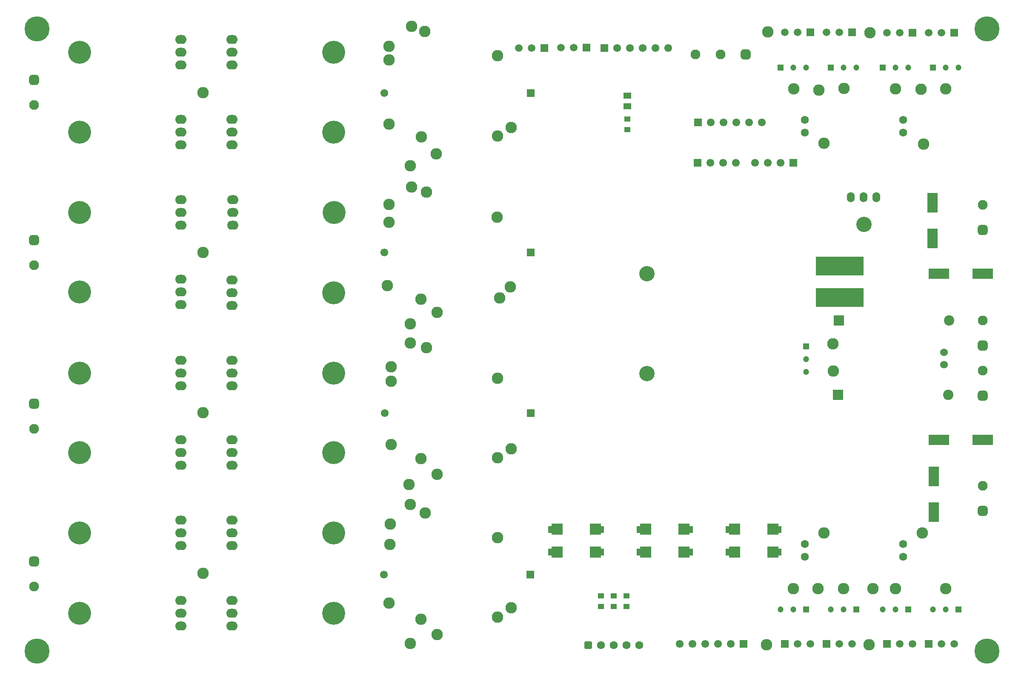
<source format=gbr>
%TF.GenerationSoftware,Altium Limited,Altium Designer,21.6.4 (81)*%
G04 Layer_Color=255*
%FSLAX43Y43*%
%MOMM*%
%TF.SameCoordinates,95A2699C-722C-4572-8EE5-7BEA9F810E30*%
%TF.FilePolarity,Positive*%
%TF.FileFunction,Pads,Top*%
%TF.Part,Single*%
G01*
G75*
%TA.AperFunction,SMDPad,CuDef*%
%ADD10R,1.508X1.157*%
%ADD11R,1.200X1.100*%
%ADD12R,9.500X3.750*%
%ADD13R,2.108X1.397*%
%ADD14R,4.100X2.000*%
%ADD15R,2.000X4.000*%
%TA.AperFunction,ComponentPad*%
%ADD23R,1.550X1.550*%
%ADD24C,1.550*%
%ADD25C,2.286*%
%ADD26O,2.286X1.778*%
%ADD27C,4.572*%
%ADD28C,3.048*%
%ADD29O,1.524X2.032*%
%ADD30C,1.600*%
G04:AMPARAMS|DCode=31|XSize=1.6mm|YSize=1.6mm|CornerRadius=0.4mm|HoleSize=0mm|Usage=FLASHONLY|Rotation=0.000|XOffset=0mm|YOffset=0mm|HoleType=Round|Shape=RoundedRectangle|*
%AMROUNDEDRECTD31*
21,1,1.600,0.800,0,0,0.0*
21,1,0.800,1.600,0,0,0.0*
1,1,0.800,0.400,-0.400*
1,1,0.800,-0.400,-0.400*
1,1,0.800,-0.400,0.400*
1,1,0.800,0.400,0.400*
%
%ADD31ROUNDEDRECTD31*%
%ADD32R,2.286X2.286*%
%ADD33R,1.200X1.200*%
%ADD34C,1.200*%
G04:AMPARAMS|DCode=35|XSize=1.95mm|YSize=1.95mm|CornerRadius=0.488mm|HoleSize=0mm|Usage=FLASHONLY|Rotation=90.000|XOffset=0mm|YOffset=0mm|HoleType=Round|Shape=RoundedRectangle|*
%AMROUNDEDRECTD35*
21,1,1.950,0.975,0,0,90.0*
21,1,0.975,1.950,0,0,90.0*
1,1,0.975,0.488,0.488*
1,1,0.975,0.488,-0.488*
1,1,0.975,-0.488,-0.488*
1,1,0.975,-0.488,0.488*
%
%ADD35ROUNDEDRECTD35*%
%ADD36C,1.950*%
%ADD37R,2.057X2.057*%
%ADD38C,2.057*%
%ADD39C,1.500*%
%ADD40R,1.500X1.500*%
%ADD41C,1.524*%
G04:AMPARAMS|DCode=42|XSize=1.95mm|YSize=1.95mm|CornerRadius=0.488mm|HoleSize=0mm|Usage=FLASHONLY|Rotation=180.000|XOffset=0mm|YOffset=0mm|HoleType=Round|Shape=RoundedRectangle|*
%AMROUNDEDRECTD42*
21,1,1.950,0.975,0,0,180.0*
21,1,0.975,1.950,0,0,180.0*
1,1,0.975,-0.488,0.488*
1,1,0.975,0.488,0.488*
1,1,0.975,0.488,-0.488*
1,1,0.975,-0.488,-0.488*
%
%ADD42ROUNDEDRECTD42*%
%ADD43R,1.200X1.200*%
%TA.AperFunction,ViaPad*%
%ADD44C,5.000*%
D10*
X-77089Y114073D02*
D03*
Y116225D02*
D03*
D11*
Y111500D02*
D03*
Y109400D02*
D03*
X-77216Y16504D02*
D03*
Y14404D02*
D03*
X-79756D02*
D03*
Y16504D02*
D03*
X-82296Y14404D02*
D03*
Y16504D02*
D03*
D12*
X-34798Y75956D02*
D03*
Y82206D02*
D03*
D13*
X-82702Y25284D02*
D03*
Y29754D02*
D03*
X-91796D02*
D03*
Y25284D02*
D03*
X-47396D02*
D03*
Y29754D02*
D03*
X-56490D02*
D03*
Y25284D02*
D03*
X-65049D02*
D03*
Y29754D02*
D03*
X-74143D02*
D03*
Y25284D02*
D03*
D14*
X-6350Y80732D02*
D03*
X-15050D02*
D03*
X-6350Y47585D02*
D03*
X-15050D02*
D03*
D15*
X-16129Y40334D02*
D03*
Y33234D02*
D03*
X-16383Y87723D02*
D03*
Y94823D02*
D03*
D23*
X-96266Y116723D02*
D03*
Y84923D02*
D03*
X-96393Y20788D02*
D03*
X-53975Y6945D02*
D03*
X-62992Y110877D02*
D03*
X-63119Y102830D02*
D03*
X-44069D02*
D03*
X-81661Y125690D02*
D03*
X-96239Y52919D02*
D03*
D24*
X-125376Y116723D02*
D03*
Y84923D02*
D03*
X-125503Y20788D02*
D03*
X-66675Y6945D02*
D03*
X-64135D02*
D03*
X-61595D02*
D03*
X-59055D02*
D03*
X-56515D02*
D03*
X-60452Y110877D02*
D03*
X-57912D02*
D03*
X-55372D02*
D03*
X-52832D02*
D03*
X-50292Y110877D02*
D03*
X-55499Y102830D02*
D03*
X-58039D02*
D03*
X-60579D02*
D03*
X-51689D02*
D03*
X-49149D02*
D03*
X-46609D02*
D03*
X-79121Y125690D02*
D03*
X-76581D02*
D03*
X-74041D02*
D03*
X-71501D02*
D03*
X-68961D02*
D03*
X-125349Y52919D02*
D03*
D25*
X-124460Y15073D02*
D03*
X-118000Y108000D02*
D03*
X-118110Y43902D02*
D03*
X-102923Y91956D02*
D03*
X-114935Y8850D02*
D03*
X-100203Y109815D02*
D03*
X-102870Y108164D02*
D03*
X-43942Y117562D02*
D03*
X-38989Y117308D02*
D03*
X-33953Y117606D02*
D03*
X-23749Y117562D02*
D03*
X-18669Y117435D02*
D03*
X-13716Y117562D02*
D03*
X-49403Y6818D02*
D03*
X-28956D02*
D03*
X-37973Y29043D02*
D03*
X-34036Y17994D02*
D03*
X-39116D02*
D03*
X-44069D02*
D03*
X-28194D02*
D03*
X-23749D02*
D03*
X-13716D02*
D03*
X-18415Y29043D02*
D03*
X-36068Y61301D02*
D03*
X-36195Y66762D02*
D03*
X-18161Y106513D02*
D03*
X-37910Y106675D02*
D03*
X-49149Y128865D02*
D03*
X-28829Y128738D02*
D03*
X-124460Y123277D02*
D03*
X-120000Y130000D02*
D03*
X-117348Y128992D02*
D03*
X-102870Y124166D02*
D03*
X-124500Y110500D02*
D03*
X-115062Y104608D02*
D03*
X-120269Y102195D02*
D03*
X-120000Y98000D02*
D03*
X-117000Y97000D02*
D03*
X-124460Y94500D02*
D03*
X-124500Y91000D02*
D03*
X-102489Y75906D02*
D03*
X-100330Y78065D02*
D03*
X-124841Y78319D02*
D03*
X-118110Y75652D02*
D03*
X-114935Y72985D02*
D03*
X-120269Y70699D02*
D03*
Y66889D02*
D03*
X-116997Y65965D02*
D03*
X-124079Y62190D02*
D03*
Y59269D02*
D03*
Y46696D02*
D03*
X-114935Y40727D02*
D03*
X-120523Y38695D02*
D03*
X-120269Y34758D02*
D03*
X-117300Y33025D02*
D03*
X-124206Y30821D02*
D03*
X-124333Y26757D02*
D03*
X-100203Y45807D02*
D03*
X-102870Y44029D02*
D03*
Y28154D02*
D03*
Y12279D02*
D03*
X-100203Y14184D02*
D03*
X-120269Y7072D02*
D03*
X-118110Y11898D02*
D03*
X-124460Y126000D02*
D03*
X-161500Y21000D02*
D03*
Y84923D02*
D03*
X-102870Y59904D02*
D03*
X-161500Y53000D02*
D03*
Y116800D02*
D03*
D26*
X-155702Y42505D02*
D03*
Y45045D02*
D03*
Y47585D02*
D03*
Y31583D02*
D03*
Y29043D02*
D03*
Y26503D02*
D03*
Y15581D02*
D03*
Y13041D02*
D03*
Y10501D02*
D03*
Y63460D02*
D03*
Y60920D02*
D03*
Y58380D02*
D03*
Y79462D02*
D03*
Y76922D02*
D03*
Y74382D02*
D03*
X-155575Y95464D02*
D03*
Y92924D02*
D03*
Y90384D02*
D03*
X-155702Y111466D02*
D03*
Y108926D02*
D03*
Y106386D02*
D03*
X-165862Y10501D02*
D03*
Y13041D02*
D03*
Y15581D02*
D03*
Y26503D02*
D03*
Y29043D02*
D03*
Y31583D02*
D03*
Y42505D02*
D03*
Y45045D02*
D03*
Y47585D02*
D03*
Y58380D02*
D03*
Y60920D02*
D03*
Y63460D02*
D03*
Y74509D02*
D03*
Y77049D02*
D03*
Y79589D02*
D03*
Y90384D02*
D03*
Y92924D02*
D03*
Y95464D02*
D03*
Y106386D02*
D03*
Y108926D02*
D03*
Y111466D02*
D03*
X-155702Y127341D02*
D03*
Y124801D02*
D03*
Y122261D02*
D03*
X-165862D02*
D03*
Y124801D02*
D03*
Y127341D02*
D03*
D27*
X-135509Y45045D02*
D03*
Y29043D02*
D03*
Y13041D02*
D03*
Y60920D02*
D03*
Y76922D02*
D03*
X-135382Y92924D02*
D03*
X-135509Y108926D02*
D03*
X-186055Y13041D02*
D03*
Y29043D02*
D03*
Y45045D02*
D03*
Y60920D02*
D03*
Y77049D02*
D03*
Y92924D02*
D03*
Y108926D02*
D03*
X-135509Y124801D02*
D03*
X-186055D02*
D03*
D28*
X-29972Y90511D02*
D03*
X-73152Y80732D02*
D03*
Y60793D02*
D03*
D29*
X-32639Y95972D02*
D03*
X-30099D02*
D03*
X-27559D02*
D03*
D30*
X-79756Y6691D02*
D03*
X-82296D02*
D03*
X-77216D02*
D03*
X-74676D02*
D03*
X-22225Y24344D02*
D03*
Y26884D02*
D03*
X-41783Y24344D02*
D03*
Y26884D02*
D03*
Y111334D02*
D03*
Y108794D02*
D03*
X-22225Y108799D02*
D03*
Y111339D02*
D03*
D31*
X-84836Y6691D02*
D03*
D32*
X-91059Y25233D02*
D03*
Y29805D02*
D03*
X-83439D02*
D03*
Y25233D02*
D03*
X-55753D02*
D03*
Y29805D02*
D03*
X-48133D02*
D03*
Y25233D02*
D03*
X-73406D02*
D03*
Y29805D02*
D03*
X-65786D02*
D03*
Y25233D02*
D03*
D33*
X-16256Y121753D02*
D03*
X-26289Y121748D02*
D03*
X-36576Y121753D02*
D03*
X-46609D02*
D03*
X-21209Y13803D02*
D03*
X-11176D02*
D03*
X-31496D02*
D03*
X-41529D02*
D03*
D34*
X-13716Y121753D02*
D03*
X-11176D02*
D03*
X-23749Y121748D02*
D03*
X-21209D02*
D03*
X-34036Y121753D02*
D03*
X-31496D02*
D03*
X-44069D02*
D03*
X-41529D02*
D03*
X-26289Y13803D02*
D03*
X-23749D02*
D03*
X-16256D02*
D03*
X-13716D02*
D03*
X-36576D02*
D03*
X-34036D02*
D03*
X-46609D02*
D03*
X-44069D02*
D03*
X-41534Y63714D02*
D03*
Y61174D02*
D03*
D35*
X-6350Y66432D02*
D03*
Y56428D02*
D03*
Y33441D02*
D03*
Y89448D02*
D03*
X-195064Y119300D02*
D03*
X-195072Y87383D02*
D03*
X-195064Y54784D02*
D03*
Y23415D02*
D03*
D36*
X-6350Y71432D02*
D03*
Y61428D02*
D03*
Y38441D02*
D03*
Y94448D02*
D03*
X-63500Y124420D02*
D03*
X-58500D02*
D03*
X-195064Y114300D02*
D03*
X-195072Y82383D02*
D03*
X-195064Y49784D02*
D03*
Y18415D02*
D03*
D37*
X-34975Y71432D02*
D03*
X-35103Y56602D02*
D03*
D38*
X-13080Y71432D02*
D03*
X-13208Y56602D02*
D03*
D39*
X-12065Y6945D02*
D03*
X-14605D02*
D03*
X-20320D02*
D03*
X-22860D02*
D03*
X-40640D02*
D03*
X-43180D02*
D03*
X-32385D02*
D03*
X-34925D02*
D03*
X-14605Y128738D02*
D03*
X-17145D02*
D03*
X-22860D02*
D03*
X-25400D02*
D03*
X-34925Y128784D02*
D03*
X-37465D02*
D03*
X-43180D02*
D03*
X-45720D02*
D03*
X-90297Y125736D02*
D03*
X-87757D02*
D03*
X-98679Y125690D02*
D03*
X-96139D02*
D03*
D40*
X-17145Y6945D02*
D03*
X-25400D02*
D03*
X-45720D02*
D03*
X-37465D02*
D03*
X-12065Y128738D02*
D03*
X-20320D02*
D03*
X-32385Y128784D02*
D03*
X-40640D02*
D03*
X-85217Y125736D02*
D03*
X-93599Y125690D02*
D03*
D41*
X-14097Y65071D02*
D03*
Y62571D02*
D03*
D42*
X-53500Y124420D02*
D03*
D43*
X-41534Y66254D02*
D03*
D44*
X-5500Y129500D02*
D03*
X-194500D02*
D03*
X-5500Y5500D02*
D03*
X-194500D02*
D03*
%TF.MD5,05acb287aa202a0dac82ae050577d9c7*%
M02*

</source>
